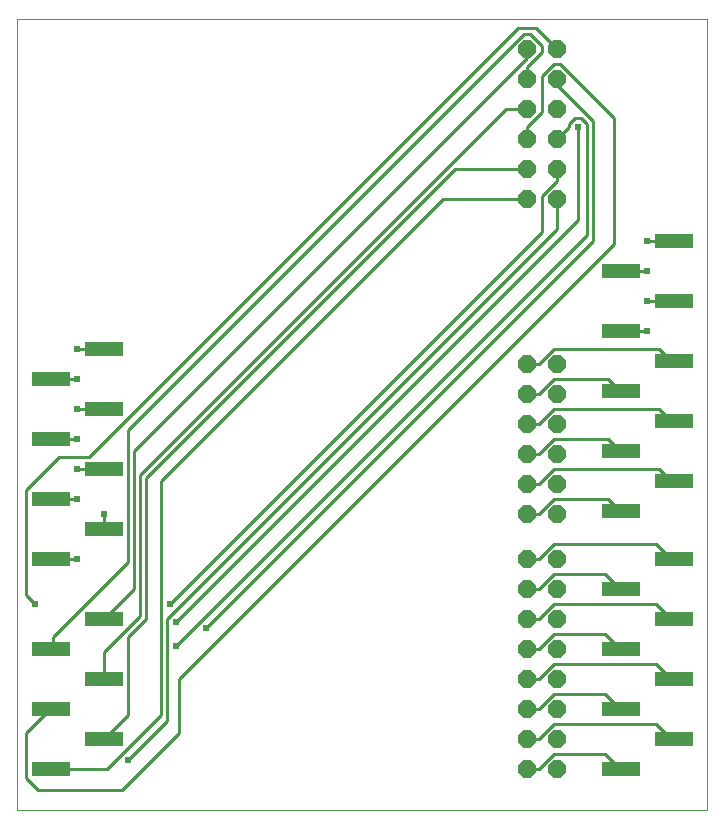
<source format=gbl>
G75*
%MOIN*%
%OFA0B0*%
%FSLAX24Y24*%
%IPPOS*%
%LPD*%
%AMOC8*
5,1,8,0,0,1.08239X$1,22.5*
%
%ADD10C,0.0000*%
%ADD11R,0.1250X0.0500*%
%ADD12OC8,0.0600*%
%ADD13C,0.0100*%
%ADD14C,0.0240*%
D10*
X000180Y000310D02*
X023176Y000310D01*
X023176Y026680D01*
X000180Y026680D01*
X000180Y000310D01*
D11*
X001305Y001680D03*
X001305Y003680D03*
X001305Y005680D03*
X003055Y004680D03*
X003055Y006680D03*
X001305Y008680D03*
X001305Y010680D03*
X001305Y012680D03*
X001305Y014680D03*
X003055Y013680D03*
X003055Y011680D03*
X003055Y009680D03*
X003055Y015680D03*
X003055Y002680D03*
X020305Y001680D03*
X020305Y003680D03*
X020305Y005680D03*
X020305Y007680D03*
X022055Y006680D03*
X022055Y004680D03*
X022055Y002680D03*
X022055Y008680D03*
X020305Y010280D03*
X020305Y012280D03*
X020305Y014280D03*
X020305Y016280D03*
X020305Y018280D03*
X022055Y017280D03*
X022055Y019280D03*
X022055Y015280D03*
X022055Y013280D03*
X022055Y011280D03*
D12*
X018180Y011180D03*
X018180Y010180D03*
X017180Y010180D03*
X017180Y011180D03*
X017180Y012180D03*
X017180Y013180D03*
X017180Y014180D03*
X017180Y015180D03*
X018180Y015180D03*
X018180Y014180D03*
X018180Y013180D03*
X018180Y012180D03*
X018180Y008680D03*
X018180Y007680D03*
X018180Y006680D03*
X018180Y005680D03*
X018180Y004680D03*
X018180Y003680D03*
X018180Y002680D03*
X018180Y001680D03*
X017180Y001680D03*
X017180Y002680D03*
X017180Y003680D03*
X017180Y004680D03*
X017180Y005680D03*
X017180Y006680D03*
X017180Y007680D03*
X017180Y008680D03*
X017180Y020680D03*
X017180Y021680D03*
X017180Y022680D03*
X017180Y023680D03*
X017180Y024680D03*
X017180Y025680D03*
X018180Y025680D03*
X018180Y024680D03*
X018180Y023680D03*
X018180Y022680D03*
X018180Y021680D03*
X018180Y020680D03*
D13*
X018180Y019680D01*
X005180Y006680D01*
X005180Y003280D01*
X003880Y001980D01*
X003180Y001680D02*
X001305Y001680D01*
X000880Y000980D02*
X000480Y001380D01*
X000480Y002880D01*
X001280Y003680D01*
X001305Y003680D01*
X001305Y005680D02*
X001380Y005680D01*
X001380Y006080D01*
X003880Y008580D01*
X003880Y012980D01*
X017080Y026180D01*
X017280Y026180D01*
X017680Y025780D01*
X017680Y025580D01*
X017180Y025080D01*
X017180Y024680D01*
X017680Y024780D02*
X018080Y025180D01*
X018280Y025180D01*
X020080Y023380D01*
X020080Y019180D01*
X005580Y004680D01*
X005580Y002880D01*
X003680Y000980D01*
X000880Y000980D01*
X003180Y001680D02*
X004980Y003480D01*
X004980Y011280D01*
X014380Y020680D01*
X017180Y020680D01*
X017680Y020780D02*
X017680Y019580D01*
X005280Y007180D01*
X005480Y006580D02*
X018880Y019980D01*
X018880Y023080D01*
X018580Y023080D02*
X018580Y023180D01*
X018780Y023380D01*
X018980Y023380D01*
X019180Y023180D01*
X019180Y019480D01*
X005480Y005780D01*
X006480Y006380D02*
X019380Y019280D01*
X019380Y023280D01*
X018180Y024480D01*
X018180Y024680D01*
X017680Y024780D02*
X017680Y023580D01*
X017180Y023080D01*
X017180Y022680D01*
X017180Y023680D02*
X016480Y023680D01*
X004280Y011480D01*
X004280Y006780D01*
X003080Y005580D01*
X003080Y004680D01*
X003055Y004680D01*
X003880Y003480D02*
X003080Y002680D01*
X003055Y002680D01*
X003880Y003480D02*
X003880Y006080D01*
X004480Y006680D01*
X004480Y011380D01*
X014780Y021680D01*
X017180Y021680D01*
X017680Y020780D02*
X018180Y021280D01*
X018180Y021680D01*
X018180Y022680D02*
X018580Y023080D01*
X017180Y025380D02*
X004080Y012280D01*
X004080Y007680D01*
X003080Y006680D01*
X003055Y006680D01*
X002180Y008680D02*
X001305Y008680D01*
X000480Y007480D02*
X000780Y007180D01*
X000480Y007480D02*
X000480Y010980D01*
X001580Y012080D01*
X002580Y012080D01*
X016880Y026380D01*
X017480Y026380D01*
X018180Y025680D01*
X017180Y025680D02*
X017180Y025380D01*
X021180Y019280D02*
X022055Y019280D01*
X021180Y018280D02*
X020305Y018280D01*
X021180Y017280D02*
X022055Y017280D01*
X021180Y016280D02*
X020305Y016280D01*
X021580Y015680D02*
X021980Y015280D01*
X022055Y015280D01*
X021580Y015680D02*
X018080Y015680D01*
X017580Y015180D01*
X017180Y015180D01*
X017180Y014180D02*
X017580Y014180D01*
X018080Y014680D01*
X019880Y014680D01*
X020280Y014280D01*
X020305Y014280D01*
X021580Y013680D02*
X021980Y013280D01*
X022055Y013280D01*
X021580Y013680D02*
X018080Y013680D01*
X017580Y013180D01*
X017180Y013180D01*
X017180Y012180D02*
X017580Y012180D01*
X018080Y012680D01*
X019880Y012680D01*
X020280Y012280D01*
X020305Y012280D01*
X021580Y011680D02*
X021980Y011280D01*
X022055Y011280D01*
X021580Y011680D02*
X018080Y011680D01*
X017580Y011180D01*
X017180Y011180D01*
X017180Y010180D02*
X017580Y010180D01*
X018080Y010680D01*
X019880Y010680D01*
X020280Y010280D01*
X020305Y010280D01*
X021480Y009180D02*
X021980Y008680D01*
X022055Y008680D01*
X021480Y009180D02*
X018080Y009180D01*
X017580Y008680D01*
X017180Y008680D01*
X017180Y007680D02*
X017580Y007680D01*
X018080Y008180D01*
X019780Y008180D01*
X020280Y007680D01*
X020305Y007680D01*
X021480Y007180D02*
X021980Y006680D01*
X022055Y006680D01*
X021480Y007180D02*
X018080Y007180D01*
X017580Y006680D01*
X017180Y006680D01*
X017180Y005680D02*
X017580Y005680D01*
X018080Y006180D01*
X019780Y006180D01*
X020280Y005680D01*
X020305Y005680D01*
X021480Y005180D02*
X021980Y004680D01*
X022055Y004680D01*
X021480Y005180D02*
X018080Y005180D01*
X017580Y004680D01*
X017180Y004680D01*
X017180Y003680D02*
X017580Y003680D01*
X018080Y004180D01*
X019780Y004180D01*
X020280Y003680D01*
X020305Y003680D01*
X021480Y003180D02*
X021980Y002680D01*
X022055Y002680D01*
X021480Y003180D02*
X018080Y003180D01*
X017580Y002680D01*
X017180Y002680D01*
X017180Y001680D02*
X017580Y001680D01*
X018080Y002180D01*
X019780Y002180D01*
X020280Y001680D01*
X020305Y001680D01*
X003080Y009680D02*
X003055Y009680D01*
X003080Y009680D02*
X003080Y010180D01*
X002180Y010680D02*
X001305Y010680D01*
X002180Y011680D02*
X003055Y011680D01*
X002180Y012680D02*
X001305Y012680D01*
X002180Y013680D02*
X003055Y013680D01*
X002180Y014680D02*
X001305Y014680D01*
X002180Y015680D02*
X003055Y015680D01*
D14*
X002180Y015680D03*
X002180Y014680D03*
X002180Y013680D03*
X002180Y012680D03*
X002180Y011680D03*
X002180Y010680D03*
X003080Y010180D03*
X002180Y008680D03*
X000780Y007180D03*
X005280Y007180D03*
X005480Y006580D03*
X005480Y005780D03*
X006480Y006380D03*
X003880Y001980D03*
X021180Y016280D03*
X021180Y017280D03*
X021180Y018280D03*
X021180Y019280D03*
X018880Y023080D03*
M02*

</source>
